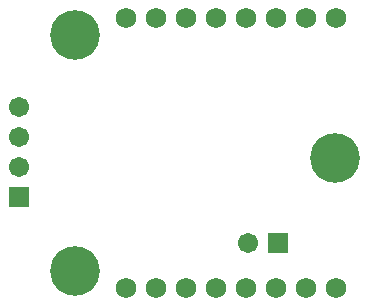
<source format=gts>
G04*
G04 #@! TF.GenerationSoftware,Altium Limited,Altium Designer,19.1.5 (86)*
G04*
G04 Layer_Color=8388736*
%FSLAX25Y25*%
%MOIN*%
G70*
G01*
G75*
%ADD11C,0.16548*%
%ADD12C,0.06706*%
%ADD13R,0.06706X0.06706*%
%ADD14R,0.06706X0.06706*%
%ADD15C,0.06800*%
D11*
X130185Y57382D02*
D03*
X43307Y98425D02*
D03*
Y19685D02*
D03*
D12*
X101051Y29035D02*
D03*
X24673Y54469D02*
D03*
Y64468D02*
D03*
Y74468D02*
D03*
D13*
X111051Y29035D02*
D03*
D14*
X24673Y44469D02*
D03*
D15*
X130500Y104232D02*
D03*
X120500D02*
D03*
X110500D02*
D03*
X100500D02*
D03*
X90500D02*
D03*
X80500D02*
D03*
X70500D02*
D03*
X60500D02*
D03*
Y14232D02*
D03*
X70500D02*
D03*
X80500D02*
D03*
X90500D02*
D03*
X100500D02*
D03*
X110500D02*
D03*
X120500D02*
D03*
X130500D02*
D03*
M02*

</source>
